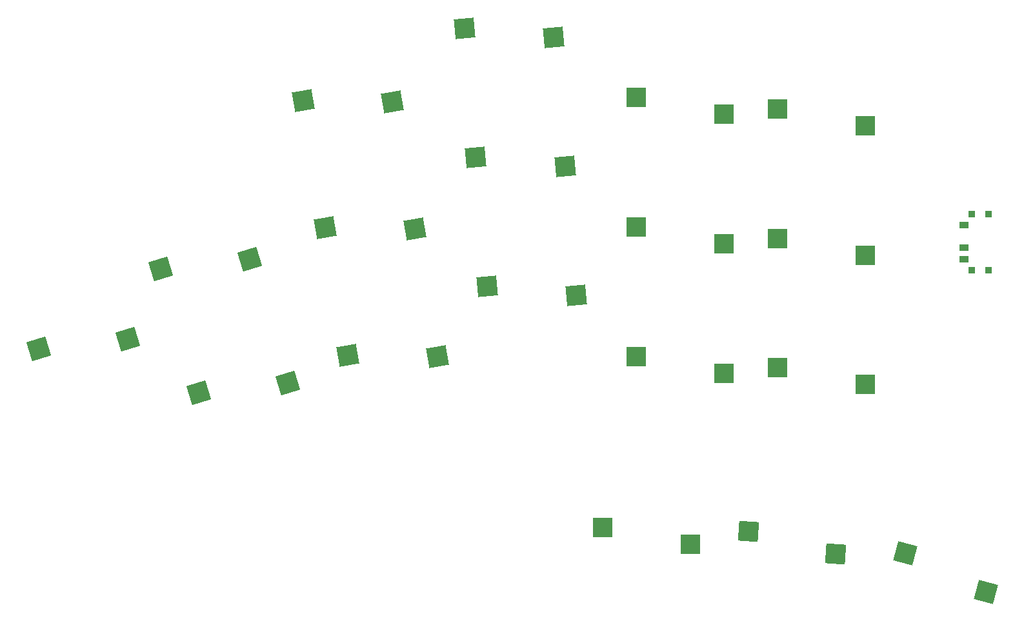
<source format=gbp>
%TF.GenerationSoftware,KiCad,Pcbnew,(6.0.4-0)*%
%TF.CreationDate,2022-07-27T11:57:37+02:00*%
%TF.ProjectId,basbousa,62617362-6f75-4736-912e-6b696361645f,v1.0.0*%
%TF.SameCoordinates,Original*%
%TF.FileFunction,Paste,Bot*%
%TF.FilePolarity,Positive*%
%FSLAX46Y46*%
G04 Gerber Fmt 4.6, Leading zero omitted, Abs format (unit mm)*
G04 Created by KiCad (PCBNEW (6.0.4-0)) date 2022-07-27 11:57:37*
%MOMM*%
%LPD*%
G01*
G04 APERTURE LIST*
G04 Aperture macros list*
%AMRotRect*
0 Rectangle, with rotation*
0 The origin of the aperture is its center*
0 $1 length*
0 $2 width*
0 $3 Rotation angle, in degrees counterclockwise*
0 Add horizontal line*
21,1,$1,$2,0,0,$3*%
G04 Aperture macros list end*
%ADD10RotRect,2.600000X2.600000X10.000000*%
%ADD11RotRect,2.600000X2.600000X5.000000*%
%ADD12R,2.600000X2.600000*%
%ADD13RotRect,2.600000X2.600000X345.000000*%
%ADD14R,0.900000X0.900000*%
%ADD15R,1.250000X0.900000*%
%ADD16RotRect,2.600000X2.600000X17.000000*%
%ADD17RotRect,2.600000X2.600000X356.000000*%
G04 APERTURE END LIST*
D10*
%TO.C,S11*%
X68441985Y110243738D03*
X80198542Y110082797D03*
%TD*%
D11*
%TO.C,S15*%
X91124018Y102756090D03*
X102821810Y101571110D03*
%TD*%
D12*
%TO.C,S21*%
X112136086Y93636017D03*
X123686087Y91436016D03*
%TD*%
%TO.C,S29*%
X130709999Y109128000D03*
X142260000Y106927999D03*
%TD*%
D13*
%TO.C,S33*%
X147474565Y50790891D03*
X158061607Y45676493D03*
%TD*%
D10*
%TO.C,S7*%
X74346023Y76760274D03*
X86102580Y76599333D03*
%TD*%
D14*
%TO.C,T2*%
X158369000Y87958000D03*
X158369000Y95358000D03*
X156169000Y87958000D03*
X156169000Y95358000D03*
D15*
X155194000Y93908000D03*
X155194000Y90908000D03*
X155194000Y89408000D03*
%TD*%
D16*
%TO.C,S1*%
X33728106Y77654241D03*
X45416645Y78927263D03*
%TD*%
%TO.C,S5*%
X49791495Y88098693D03*
X61480034Y89371715D03*
%TD*%
D12*
%TO.C,S27*%
X130709999Y92128000D03*
X142260000Y89927999D03*
%TD*%
D10*
%TO.C,S9*%
X71394004Y93502006D03*
X83150561Y93341065D03*
%TD*%
D11*
%TO.C,S13*%
X92605666Y85820780D03*
X104303458Y84635800D03*
%TD*%
%TO.C,S17*%
X89642371Y119691400D03*
X101340163Y118506420D03*
%TD*%
D17*
%TO.C,S31*%
X126942028Y53661959D03*
X138310429Y50661629D03*
%TD*%
D16*
%TO.C,S3*%
X54761814Y71841512D03*
X66450353Y73114534D03*
%TD*%
D12*
%TO.C,S23*%
X112136086Y110636017D03*
X123686087Y108436016D03*
%TD*%
%TO.C,S25*%
X130709999Y75128000D03*
X142260000Y72927999D03*
%TD*%
%TO.C,S19*%
X112136086Y76636017D03*
X123686087Y74436016D03*
%TD*%
%TO.C,S31*%
X107735318Y54138382D03*
X119285319Y51938381D03*
%TD*%
M02*

</source>
